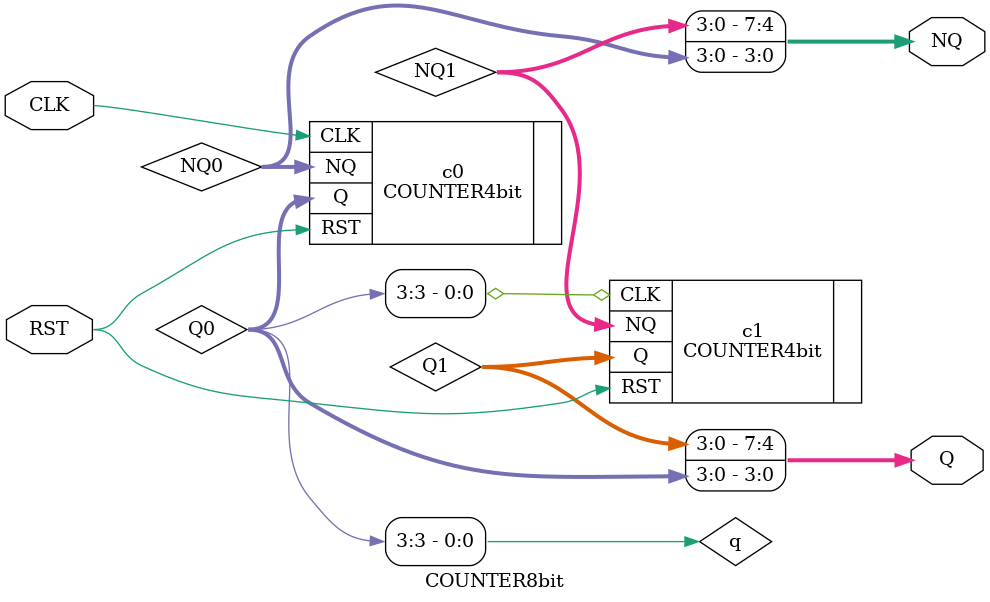
<source format=v>
`include "COUNTER4bit.v"

module COUNTER8bit(
  input wire RST, CLK,
  output wire [7:0] Q, NQ
);
  wire [3:0] Q1,Q0,NQ1,NQ0;
  wire q;
  COUNTER4bit c0(
    .RST (RST),
    .CLK (CLK),
    .Q (Q0),
    .NQ (NQ0)
  );
  assign q= Q0[3];
  COUNTER4bit c1(
    .RST (RST),
    .CLK (q),
    .Q (Q1),
    .NQ (NQ1)
  );
  assign Q = {Q1,Q0};
  assign NQ = {NQ1,NQ0};  
    
endmodule
</source>
